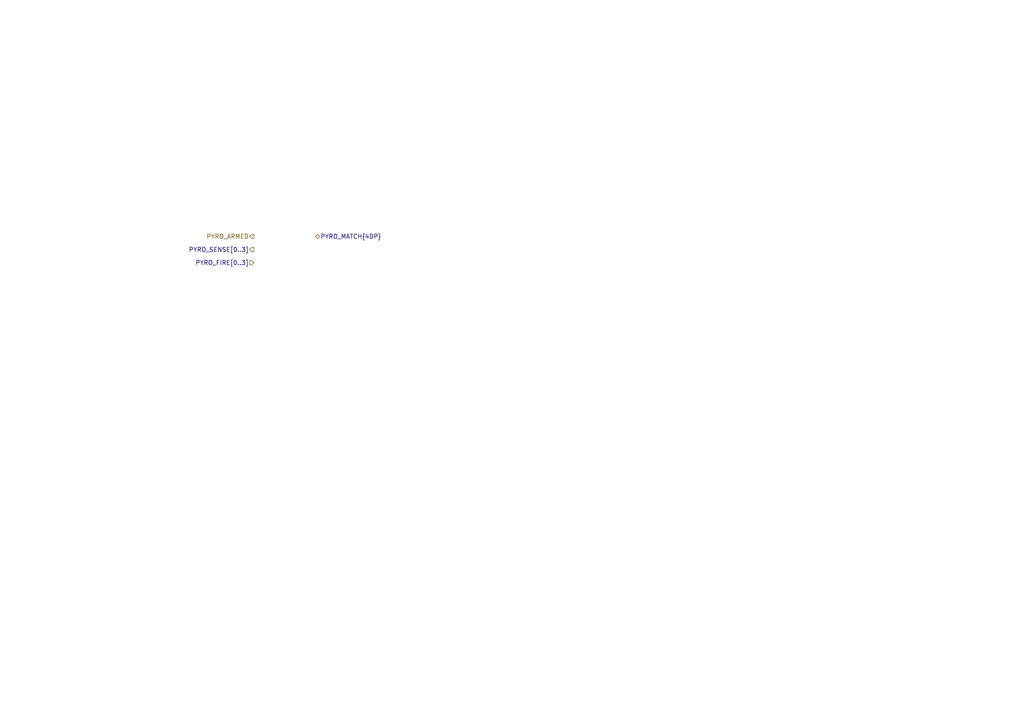
<source format=kicad_sch>
(kicad_sch
	(version 20231120)
	(generator "eeschema")
	(generator_version "8.0")
	(uuid "e751b24a-c1e1-42aa-a714-82695f86a12d")
	(paper "A4")
	(title_block
		(title "Blackstone Flight Computer - Overview")
		(date "2024-08-02")
		(rev "Rev A")
		(company "UC Aerospace")
		(comment 1 "Project: Blackstone")
	)
	(lib_symbols)
	(hierarchical_label "PYRO_FIRE[0..3]"
		(shape input)
		(at 73.66 76.2 180)
		(fields_autoplaced yes)
		(effects
			(font
				(size 1.27 1.27)
			)
			(justify right)
		)
		(uuid "06b8d91a-6ab9-4cf1-a620-f43fa18111ab")
	)
	(hierarchical_label "PYRO_MATCH{4DP}"
		(shape bidirectional)
		(at 91.44 68.58 0)
		(fields_autoplaced yes)
		(effects
			(font
				(size 1.27 1.27)
			)
			(justify left)
		)
		(uuid "63de9346-2412-40ed-bdfd-0b75ec8dc4e0")
	)
	(hierarchical_label "PYRO_SENSE[0..3]"
		(shape output)
		(at 73.66 72.39 180)
		(fields_autoplaced yes)
		(effects
			(font
				(size 1.27 1.27)
			)
			(justify right)
		)
		(uuid "cb58ef99-e84b-4743-82ce-574945cbfc44")
	)
	(hierarchical_label "PYRO_ARMED"
		(shape output)
		(at 73.66 68.58 180)
		(fields_autoplaced yes)
		(effects
			(font
				(size 1.27 1.27)
			)
			(justify right)
		)
		(uuid "f5ec9722-a0eb-47f2-8ec7-544b7d5d6789")
	)
)

</source>
